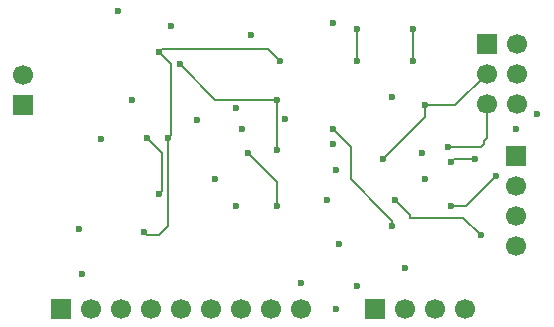
<source format=gbr>
%TF.GenerationSoftware,KiCad,Pcbnew,9.0.2*%
%TF.CreationDate,2025-09-17T22:50:59+05:45*%
%TF.ProjectId,MCU datalogger,4d435520-6461-4746-916c-6f676765722e,rev?*%
%TF.SameCoordinates,Original*%
%TF.FileFunction,Copper,L2,Inr*%
%TF.FilePolarity,Positive*%
%FSLAX46Y46*%
G04 Gerber Fmt 4.6, Leading zero omitted, Abs format (unit mm)*
G04 Created by KiCad (PCBNEW 9.0.2) date 2025-09-17 22:50:59*
%MOMM*%
%LPD*%
G01*
G04 APERTURE LIST*
%TA.AperFunction,ComponentPad*%
%ADD10R,1.700000X1.700000*%
%TD*%
%TA.AperFunction,ComponentPad*%
%ADD11C,1.700000*%
%TD*%
%TA.AperFunction,ViaPad*%
%ADD12C,0.600000*%
%TD*%
%TA.AperFunction,Conductor*%
%ADD13C,0.200000*%
%TD*%
G04 APERTURE END LIST*
D10*
%TO.N,Net-(BT1-+)*%
%TO.C,BT1*%
X1945250000Y-2097000000D03*
D11*
%TO.N,GND*%
X1945250000Y-2094460000D03*
%TD*%
D10*
%TO.N,/VCC*%
%TO.C,J1*%
X1987000000Y-2101280000D03*
D11*
%TO.N,GND*%
X1987000000Y-2103820000D03*
%TO.N,/SDA*%
X1987000000Y-2106360000D03*
%TO.N,/SCK*%
X1987000000Y-2108900000D03*
%TD*%
D10*
%TO.N,/D2*%
%TO.C,J3*%
X1948420000Y-2114250000D03*
D11*
%TO.N,/D3*%
X1950960000Y-2114250000D03*
%TO.N,/D4*%
X1953500000Y-2114250000D03*
%TO.N,/D5*%
X1956040000Y-2114250000D03*
%TO.N,/D6*%
X1958580000Y-2114250000D03*
%TO.N,/D7*%
X1961120000Y-2114250000D03*
%TO.N,/D8*%
X1963660000Y-2114250000D03*
%TO.N,GND*%
X1966200000Y-2114250000D03*
%TO.N,/VCC*%
X1968740000Y-2114250000D03*
%TD*%
D10*
%TO.N,/MISO*%
%TO.C,J4*%
X1984500000Y-2091800000D03*
D11*
%TO.N,GND*%
X1987040000Y-2091800000D03*
%TO.N,/SCK*%
X1984500000Y-2094340000D03*
%TO.N,/MOSI*%
X1987040000Y-2094340000D03*
%TO.N,/RESET*%
X1984500000Y-2096880000D03*
%TO.N,/VCC*%
X1987040000Y-2096880000D03*
%TD*%
D10*
%TO.N,/VCC*%
%TO.C,J2*%
X1975000000Y-2114250000D03*
D11*
%TO.N,GND*%
X1977540000Y-2114250000D03*
%TO.N,/RX*%
X1980080000Y-2114250000D03*
%TO.N,/TX*%
X1982620000Y-2114250000D03*
%TD*%
D12*
%TO.N,Net-(BT1-+)*%
X1971500000Y-2100250000D03*
X1960000000Y-2098250000D03*
X1971500000Y-2090000000D03*
%TO.N,GND*%
X1963250000Y-2097250000D03*
X1963750000Y-2099000000D03*
X1967400000Y-2098150000D03*
X1950000000Y-2107500000D03*
X1976500000Y-2096250000D03*
X1968750000Y-2112000000D03*
X1977550000Y-2110800000D03*
X1988750000Y-2097750000D03*
X1972000000Y-2108750000D03*
X1953250000Y-2089000000D03*
X1951875000Y-2099875000D03*
X1954500000Y-2096500000D03*
%TO.N,/VCC*%
X1950250000Y-2111250000D03*
X1971750000Y-2114250000D03*
X1979000000Y-2101000000D03*
X1987000000Y-2099000000D03*
X1971000000Y-2105000000D03*
X1973500000Y-2112250000D03*
%TO.N,Net-(U3-PB6)*%
X1964250000Y-2101000000D03*
X1966750000Y-2105500000D03*
%TO.N,Net-(U3-PB7)*%
X1963250000Y-2105500000D03*
X1964500000Y-2091000000D03*
X1961500000Y-2103250000D03*
%TO.N,Net-(U3-AREF)*%
X1976500000Y-2107250000D03*
X1971500000Y-2099000000D03*
%TO.N,Net-(D1-A)*%
X1978250000Y-2090500000D03*
X1978250000Y-2093250000D03*
%TO.N,Net-(D2-K)*%
X1973500000Y-2093250000D03*
X1973500000Y-2090500000D03*
%TO.N,/SCK*%
X1966750000Y-2100750000D03*
X1966750000Y-2096500000D03*
X1958500000Y-2093500000D03*
X1971750000Y-2102500000D03*
X1984000000Y-2108000000D03*
X1956750000Y-2104500000D03*
X1979250000Y-2097000000D03*
X1976750000Y-2105000000D03*
X1955750000Y-2099750000D03*
X1975750000Y-2101500000D03*
X1957750000Y-2090250000D03*
%TO.N,/SDA*%
X1956750000Y-2092500000D03*
X1955500000Y-2107750000D03*
X1979250000Y-2103250000D03*
X1957500000Y-2099750000D03*
X1967000000Y-2093250000D03*
%TO.N,/RESET*%
X1981250000Y-2100500000D03*
%TO.N,/MOSI*%
X1981500000Y-2105500000D03*
X1985250000Y-2103000000D03*
%TO.N,/MISO*%
X1981500000Y-2101750000D03*
X1983500000Y-2101500000D03*
%TD*%
D13*
%TO.N,Net-(U3-PB6)*%
X1966750000Y-2103500000D02*
X1966750000Y-2105500000D01*
X1964250000Y-2101000000D02*
X1966750000Y-2103500000D01*
%TO.N,Net-(U3-AREF)*%
X1973000000Y-2100500000D02*
X1973000000Y-2101500000D01*
X1973000000Y-2103250000D02*
X1975750000Y-2106000000D01*
X1976500000Y-2106750000D02*
X1976500000Y-2107250000D01*
X1973000000Y-2101500000D02*
X1973000000Y-2103250000D01*
X1971500000Y-2099000000D02*
X1972500000Y-2100000000D01*
X1972500000Y-2100000000D02*
X1973000000Y-2100500000D01*
X1975750000Y-2106000000D02*
X1976500000Y-2106750000D01*
%TO.N,Net-(D1-A)*%
X1978250000Y-2090500000D02*
X1978250000Y-2093250000D01*
%TO.N,Net-(D2-K)*%
X1973500000Y-2090500000D02*
X1973500000Y-2093250000D01*
%TO.N,/SCK*%
X1978000000Y-2106250000D02*
X1976750000Y-2105000000D01*
X1956750000Y-2104500000D02*
X1957000000Y-2104250000D01*
X1957000000Y-2104250000D02*
X1957000000Y-2101000000D01*
X1982500000Y-2106500000D02*
X1978000000Y-2106500000D01*
X1979250000Y-2098000000D02*
X1979250000Y-2097000000D01*
X1966750000Y-2096500000D02*
X1966750000Y-2100750000D01*
X1957000000Y-2101000000D02*
X1955750000Y-2099750000D01*
X1981840000Y-2097000000D02*
X1984500000Y-2094340000D01*
X1979250000Y-2097000000D02*
X1981840000Y-2097000000D01*
X1984000000Y-2108000000D02*
X1982500000Y-2106500000D01*
X1966750000Y-2096500000D02*
X1961500000Y-2096500000D01*
X1978000000Y-2106500000D02*
X1978000000Y-2106250000D01*
X1961500000Y-2096500000D02*
X1958500000Y-2093500000D01*
X1975750000Y-2101500000D02*
X1979250000Y-2098000000D01*
%TO.N,/SDA*%
X1957750000Y-2094000000D02*
X1957750000Y-2099500000D01*
X1967000000Y-2093250000D02*
X1966000000Y-2092250000D01*
X1957750000Y-2093500000D02*
X1957750000Y-2094000000D01*
X1956750000Y-2108000000D02*
X1957500000Y-2107250000D01*
X1957500000Y-2107250000D02*
X1957500000Y-2099750000D01*
X1957750000Y-2099500000D02*
X1957500000Y-2099750000D01*
X1957000000Y-2092250000D02*
X1956750000Y-2092500000D01*
X1966000000Y-2092250000D02*
X1957000000Y-2092250000D01*
X1955500000Y-2107750000D02*
X1955750000Y-2108000000D01*
X1956750000Y-2092500000D02*
X1957750000Y-2093500000D01*
X1955750000Y-2108000000D02*
X1956750000Y-2108000000D01*
%TO.N,/RESET*%
X1984250000Y-2100000000D02*
X1984250000Y-2100250000D01*
X1984500000Y-2096880000D02*
X1984500000Y-2099750000D01*
X1984000000Y-2100500000D02*
X1981250000Y-2100500000D01*
X1984500000Y-2099750000D02*
X1984250000Y-2100000000D01*
X1984250000Y-2100250000D02*
X1984000000Y-2100500000D01*
%TO.N,/MOSI*%
X1981500000Y-2105500000D02*
X1982750000Y-2105500000D01*
X1982750000Y-2105500000D02*
X1983250000Y-2105000000D01*
X1983250000Y-2105000000D02*
X1985250000Y-2103000000D01*
%TO.N,/MISO*%
X1983500000Y-2101500000D02*
X1981750000Y-2101500000D01*
X1981750000Y-2101500000D02*
X1981500000Y-2101750000D01*
%TD*%
M02*

</source>
